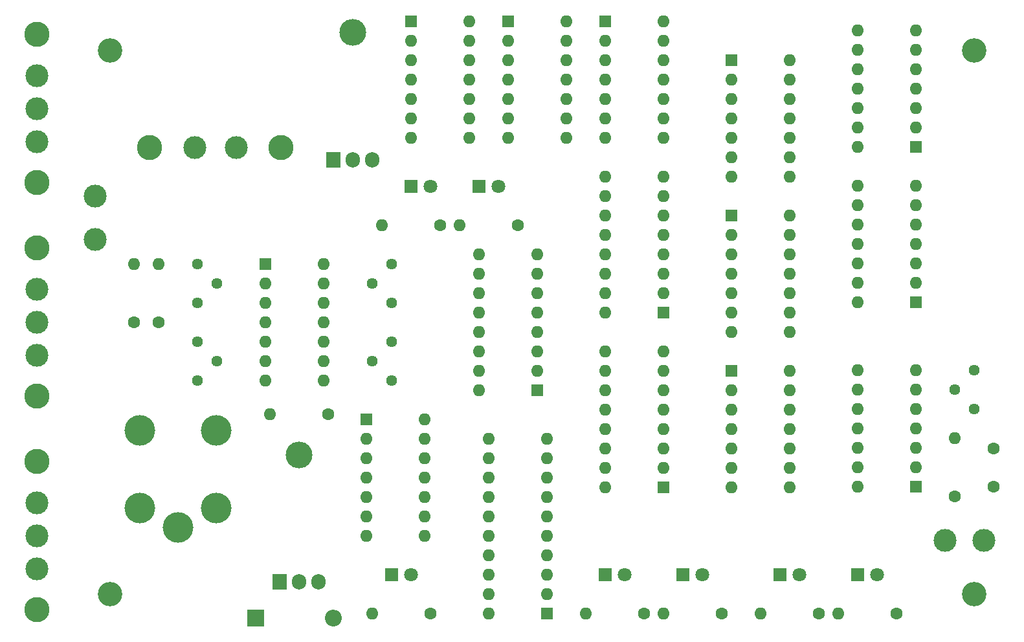
<source format=gbs>
%TF.GenerationSoftware,KiCad,Pcbnew,8.0.2*%
%TF.CreationDate,2024-05-19T17:08:04+01:00*%
%TF.ProjectId,New BSPD,4e657720-4253-4504-942e-6b696361645f,rev?*%
%TF.SameCoordinates,Original*%
%TF.FileFunction,Soldermask,Bot*%
%TF.FilePolarity,Negative*%
%FSLAX46Y46*%
G04 Gerber Fmt 4.6, Leading zero omitted, Abs format (unit mm)*
G04 Created by KiCad (PCBNEW 8.0.2) date 2024-05-19 17:08:04*
%MOMM*%
%LPD*%
G01*
G04 APERTURE LIST*
%ADD10C,3.200000*%
%ADD11R,1.800000X1.800000*%
%ADD12C,1.800000*%
%ADD13C,1.600000*%
%ADD14O,1.600000X1.600000*%
%ADD15R,1.600000X1.600000*%
%ADD16C,1.440000*%
%ADD17C,4.000000*%
%ADD18C,3.000000*%
%ADD19C,3.300000*%
%ADD20O,3.500000X3.500000*%
%ADD21R,1.905000X2.000000*%
%ADD22O,1.905000X2.000000*%
%ADD23R,2.200000X2.200000*%
%ADD24O,2.200000X2.200000*%
G04 APERTURE END LIST*
D10*
%TO.C,MNT4*%
X81280000Y-100330000D03*
%TD*%
D11*
%TO.C,D7*%
X179070000Y-97790000D03*
D12*
X181610000Y-97790000D03*
%TD*%
D13*
%TO.C,R10*%
X184150000Y-102870000D03*
D14*
X176530000Y-102870000D03*
%TD*%
D11*
%TO.C,D4*%
X156210000Y-97790000D03*
D12*
X158750000Y-97790000D03*
%TD*%
D15*
%TO.C,U12*%
X138430000Y-102870000D03*
D14*
X138430000Y-100330000D03*
X138430000Y-97790000D03*
X138430000Y-95250000D03*
X138430000Y-92710000D03*
X138430000Y-90170000D03*
X138430000Y-87630000D03*
X138430000Y-85090000D03*
X138430000Y-82550000D03*
X138430000Y-80010000D03*
X130810000Y-80010000D03*
X130810000Y-82550000D03*
X130810000Y-85090000D03*
X130810000Y-87630000D03*
X130810000Y-90170000D03*
X130810000Y-92710000D03*
X130810000Y-95250000D03*
X130810000Y-97790000D03*
X130810000Y-100330000D03*
X130810000Y-102870000D03*
%TD*%
D15*
%TO.C,U3*%
X133350000Y-25400000D03*
D14*
X133350000Y-27940000D03*
X133350000Y-30480000D03*
X133350000Y-33020000D03*
X133350000Y-35560000D03*
X133350000Y-38100000D03*
X133350000Y-40640000D03*
X140970000Y-40640000D03*
X140970000Y-38100000D03*
X140970000Y-35560000D03*
X140970000Y-33020000D03*
X140970000Y-30480000D03*
X140970000Y-27940000D03*
X140970000Y-25400000D03*
%TD*%
D15*
%TO.C,U5*%
X162560000Y-50800000D03*
D14*
X162560000Y-53340000D03*
X162560000Y-55880000D03*
X162560000Y-58420000D03*
X162560000Y-60960000D03*
X162560000Y-63500000D03*
X162560000Y-66040000D03*
X170180000Y-66040000D03*
X170180000Y-63500000D03*
X170180000Y-60960000D03*
X170180000Y-58420000D03*
X170180000Y-55880000D03*
X170180000Y-53340000D03*
X170180000Y-50800000D03*
%TD*%
D10*
%TO.C,MNT1*%
X194310000Y-29210000D03*
%TD*%
D13*
%TO.C,R11*%
X123190000Y-102870000D03*
D14*
X115570000Y-102870000D03*
%TD*%
D16*
%TO.C,RV2*%
X92700000Y-57155000D03*
X95240000Y-59695000D03*
X92700000Y-62235000D03*
%TD*%
%TO.C,RV3*%
X118100000Y-72395000D03*
X115560000Y-69855000D03*
X118100000Y-67315000D03*
%TD*%
D13*
%TO.C,C1*%
X196850000Y-81280000D03*
X196850000Y-86280000D03*
%TD*%
D15*
%TO.C,U11*%
X146050000Y-25400000D03*
D14*
X146050000Y-27940000D03*
X146050000Y-30480000D03*
X146050000Y-33020000D03*
X146050000Y-35560000D03*
X146050000Y-38100000D03*
X146050000Y-40640000D03*
X153670000Y-40640000D03*
X153670000Y-38100000D03*
X153670000Y-35560000D03*
X153670000Y-33020000D03*
X153670000Y-30480000D03*
X153670000Y-27940000D03*
X153670000Y-25400000D03*
%TD*%
D15*
%TO.C,U2*%
X114790000Y-77470000D03*
D14*
X114790000Y-80010000D03*
X114790000Y-82550000D03*
X114790000Y-85090000D03*
X114790000Y-87630000D03*
X114790000Y-90170000D03*
X114790000Y-92710000D03*
X122410000Y-92710000D03*
X122410000Y-90170000D03*
X122410000Y-87630000D03*
X122410000Y-85090000D03*
X122410000Y-82550000D03*
X122410000Y-80010000D03*
X122410000Y-77470000D03*
%TD*%
D16*
%TO.C,RV1*%
X118100000Y-62235000D03*
X115560000Y-59695000D03*
X118100000Y-57155000D03*
%TD*%
D15*
%TO.C,U6*%
X162560000Y-71120000D03*
D14*
X162560000Y-73660000D03*
X162560000Y-76200000D03*
X162560000Y-78740000D03*
X162560000Y-81280000D03*
X162560000Y-83820000D03*
X162560000Y-86360000D03*
X170180000Y-86360000D03*
X170180000Y-83820000D03*
X170180000Y-81280000D03*
X170180000Y-78740000D03*
X170180000Y-76200000D03*
X170180000Y-73660000D03*
X170180000Y-71120000D03*
%TD*%
D15*
%TO.C,U14*%
X153670000Y-63500000D03*
D14*
X153670000Y-60960000D03*
X153670000Y-58420000D03*
X153670000Y-55880000D03*
X153670000Y-53340000D03*
X153670000Y-50800000D03*
X153670000Y-48260000D03*
X153670000Y-45720000D03*
X146050000Y-45720000D03*
X146050000Y-48260000D03*
X146050000Y-50800000D03*
X146050000Y-53340000D03*
X146050000Y-55880000D03*
X146050000Y-58420000D03*
X146050000Y-60960000D03*
X146050000Y-63500000D03*
%TD*%
D15*
%TO.C,U13*%
X137160000Y-73660000D03*
D14*
X137160000Y-71120000D03*
X137160000Y-68580000D03*
X137160000Y-66040000D03*
X137160000Y-63500000D03*
X137160000Y-60960000D03*
X137160000Y-58420000D03*
X137160000Y-55880000D03*
X129540000Y-55880000D03*
X129540000Y-58420000D03*
X129540000Y-60960000D03*
X129540000Y-63500000D03*
X129540000Y-66040000D03*
X129540000Y-68580000D03*
X129540000Y-71120000D03*
X129540000Y-73660000D03*
%TD*%
D17*
%TO.C,K1*%
X95170000Y-89090000D03*
X85170000Y-89090000D03*
X95170000Y-78890000D03*
X90170000Y-91590000D03*
X85170000Y-78890000D03*
%TD*%
D13*
%TO.C,R3*%
X109855000Y-76835000D03*
D14*
X102235000Y-76835000D03*
%TD*%
D15*
%TO.C,U15*%
X153670000Y-86360000D03*
D14*
X153670000Y-83820000D03*
X153670000Y-81280000D03*
X153670000Y-78740000D03*
X153670000Y-76200000D03*
X153670000Y-73660000D03*
X153670000Y-71120000D03*
X153670000Y-68580000D03*
X146050000Y-68580000D03*
X146050000Y-71120000D03*
X146050000Y-73660000D03*
X146050000Y-76200000D03*
X146050000Y-78740000D03*
X146050000Y-81280000D03*
X146050000Y-83820000D03*
X146050000Y-86360000D03*
%TD*%
D13*
%TO.C,R8*%
X191770000Y-87550000D03*
D14*
X191770000Y-79930000D03*
%TD*%
D16*
%TO.C,RV4*%
X92700000Y-67315000D03*
X95240000Y-69855000D03*
X92700000Y-72395000D03*
%TD*%
D18*
%TO.C,TP4*%
X195580000Y-93345000D03*
%TD*%
D11*
%TO.C,D2*%
X146050000Y-97790000D03*
D12*
X148590000Y-97790000D03*
%TD*%
D19*
%TO.C,J3*%
X71750000Y-83010000D03*
X71750000Y-102410000D03*
D18*
X71750000Y-88410000D03*
X71750000Y-92710000D03*
X71750000Y-97010000D03*
%TD*%
D13*
%TO.C,R7*%
X134620000Y-52070000D03*
D14*
X127000000Y-52070000D03*
%TD*%
D13*
%TO.C,R9*%
X173990000Y-102870000D03*
D14*
X166370000Y-102870000D03*
%TD*%
D20*
%TO.C,Q1*%
X106045000Y-82105000D03*
D21*
X103505000Y-98765000D03*
D22*
X106045000Y-98765000D03*
X108585000Y-98765000D03*
%TD*%
D15*
%TO.C,U8*%
X186680000Y-62145000D03*
D14*
X186680000Y-59605000D03*
X186680000Y-57065000D03*
X186680000Y-54525000D03*
X186680000Y-51985000D03*
X186680000Y-49445000D03*
X186680000Y-46905000D03*
X179060000Y-46905000D03*
X179060000Y-49445000D03*
X179060000Y-51985000D03*
X179060000Y-54525000D03*
X179060000Y-57065000D03*
X179060000Y-59605000D03*
X179060000Y-62145000D03*
%TD*%
D19*
%TO.C,J2*%
X71750000Y-55070000D03*
X71750000Y-74470000D03*
D18*
X71750000Y-60470000D03*
X71750000Y-64770000D03*
X71750000Y-69070000D03*
%TD*%
D11*
%TO.C,D8*%
X118110000Y-97790000D03*
D12*
X120650000Y-97790000D03*
%TD*%
D15*
%TO.C,U9*%
X101600000Y-57150000D03*
D14*
X101600000Y-59690000D03*
X101600000Y-62230000D03*
X101600000Y-64770000D03*
X101600000Y-67310000D03*
X101600000Y-69850000D03*
X101600000Y-72390000D03*
X109220000Y-72390000D03*
X109220000Y-69850000D03*
X109220000Y-67310000D03*
X109220000Y-64770000D03*
X109220000Y-62230000D03*
X109220000Y-59690000D03*
X109220000Y-57150000D03*
%TD*%
D11*
%TO.C,D6*%
X168910000Y-97790000D03*
D12*
X171450000Y-97790000D03*
%TD*%
D15*
%TO.C,U1*%
X120650000Y-25400000D03*
D14*
X120650000Y-27940000D03*
X120650000Y-30480000D03*
X120650000Y-33020000D03*
X120650000Y-35560000D03*
X120650000Y-38100000D03*
X120650000Y-40640000D03*
X128270000Y-40640000D03*
X128270000Y-38100000D03*
X128270000Y-35560000D03*
X128270000Y-33020000D03*
X128270000Y-30480000D03*
X128270000Y-27940000D03*
X128270000Y-25400000D03*
%TD*%
D11*
%TO.C,D3*%
X120650000Y-46990000D03*
D12*
X123190000Y-46990000D03*
%TD*%
D10*
%TO.C,MNT3*%
X81280000Y-29210000D03*
%TD*%
D20*
%TO.C,U16*%
X113030000Y-26860000D03*
D21*
X110490000Y-43520000D03*
D22*
X113030000Y-43520000D03*
X115570000Y-43520000D03*
%TD*%
D19*
%TO.C,J1*%
X71750000Y-27130000D03*
X71750000Y-46530000D03*
D18*
X71750000Y-32530000D03*
X71750000Y-36830000D03*
X71750000Y-41130000D03*
%TD*%
%TO.C,TP3*%
X190500000Y-93345000D03*
%TD*%
%TO.C,TP2*%
X79375000Y-53975000D03*
%TD*%
D11*
%TO.C,D5*%
X129540000Y-46990000D03*
D12*
X132080000Y-46990000D03*
%TD*%
D13*
%TO.C,R6*%
X161290000Y-102870000D03*
D14*
X153670000Y-102870000D03*
%TD*%
D13*
%TO.C,R5*%
X124460000Y-52070000D03*
D14*
X116840000Y-52070000D03*
%TD*%
D15*
%TO.C,U10*%
X186690000Y-86280000D03*
D14*
X186690000Y-83740000D03*
X186690000Y-81200000D03*
X186690000Y-78660000D03*
X186690000Y-76120000D03*
X186690000Y-73580000D03*
X186690000Y-71040000D03*
X179070000Y-71040000D03*
X179070000Y-73580000D03*
X179070000Y-76120000D03*
X179070000Y-78660000D03*
X179070000Y-81200000D03*
X179070000Y-83740000D03*
X179070000Y-86280000D03*
%TD*%
D15*
%TO.C,U7*%
X186680000Y-41825000D03*
D14*
X186680000Y-39285000D03*
X186680000Y-36745000D03*
X186680000Y-34205000D03*
X186680000Y-31665000D03*
X186680000Y-29125000D03*
X186680000Y-26585000D03*
X179060000Y-26585000D03*
X179060000Y-29125000D03*
X179060000Y-31665000D03*
X179060000Y-34205000D03*
X179060000Y-36745000D03*
X179060000Y-39285000D03*
X179060000Y-41825000D03*
%TD*%
D23*
%TO.C,D1*%
X100330000Y-103505000D03*
D24*
X110490000Y-103505000D03*
%TD*%
D13*
%TO.C,R1*%
X84455000Y-64770000D03*
D14*
X84455000Y-57150000D03*
%TD*%
D10*
%TO.C,MNT2*%
X194310000Y-100330000D03*
%TD*%
D18*
%TO.C,TP1*%
X79375000Y-48260000D03*
%TD*%
D15*
%TO.C,U4*%
X162560000Y-30475000D03*
D14*
X162560000Y-33015000D03*
X162560000Y-35555000D03*
X162560000Y-38095000D03*
X162560000Y-40635000D03*
X162560000Y-43175000D03*
X162560000Y-45715000D03*
X170180000Y-45715000D03*
X170180000Y-43175000D03*
X170180000Y-40635000D03*
X170180000Y-38095000D03*
X170180000Y-35555000D03*
X170180000Y-33015000D03*
X170180000Y-30475000D03*
%TD*%
D19*
%TO.C,J4*%
X103680000Y-41910000D03*
X86500000Y-41910000D03*
D18*
X97790000Y-41910000D03*
X92390000Y-41910000D03*
%TD*%
D16*
%TO.C,RV5*%
X194310000Y-76120000D03*
X191770000Y-73580000D03*
X194310000Y-71040000D03*
%TD*%
D13*
%TO.C,R4*%
X151130000Y-102870000D03*
D14*
X143510000Y-102870000D03*
%TD*%
D13*
%TO.C,R2*%
X87630000Y-64770000D03*
D14*
X87630000Y-57150000D03*
%TD*%
M02*

</source>
